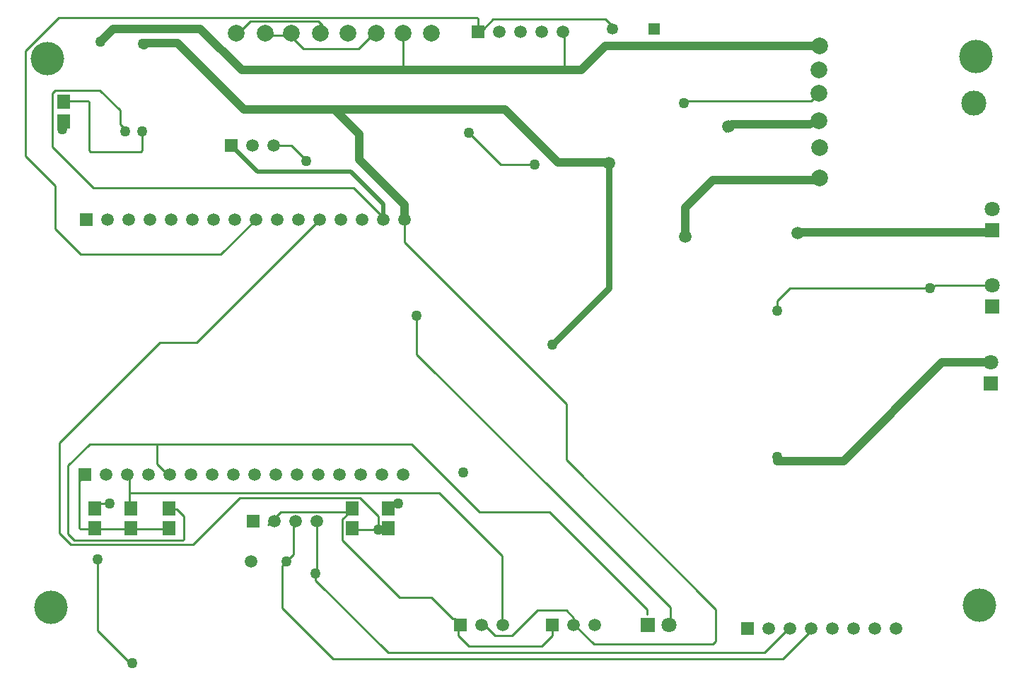
<source format=gtl>
%FSTAX23Y23*%
%MOIN*%
%SFA1B1*%

%IPPOS*%
%ADD10C,0.010000*%
%ADD13R,0.059055X0.070866*%
%ADD26C,0.031496*%
%ADD27C,0.019685*%
%ADD28C,0.039370*%
%ADD29C,0.059055*%
%ADD30R,0.059055X0.059055*%
%ADD31C,0.070866*%
%ADD32R,0.070866X0.070866*%
%ADD33R,0.053150X0.053150*%
%ADD34C,0.053150*%
%ADD35R,0.070866X0.070866*%
%ADD36C,0.078740*%
%ADD37C,0.050000*%
%ADD38C,0.118110*%
%ADD39C,0.157480*%
%LNbinbot_board_ver4-1*%
%LPD*%
G54D10*
X018Y-0027D02*
Y-00105D01*
X0359Y-0306D02*
X03725Y-02925D01*
Y-0291*
X0147Y-0306D02*
X0359D01*
X03505Y-0303D02*
X03625Y-0291D01*
X0173Y-0303D02*
X03505D01*
X01388Y-02688D02*
X0173Y-0303D01*
X0123Y-0262D02*
X0125Y-026D01*
X0123Y-0282D02*
Y-0262D01*
Y-0282D02*
X0147Y-0306D01*
X01388Y-02688D02*
Y-02655D01*
X01165Y-02425D02*
X01185Y-02405D01*
X01266Y-00115D02*
X01275Y-00123D01*
X01165Y-00115D02*
X01266D01*
X014Y-0005D02*
X0142Y-0007D01*
X0108Y-0005D02*
X014D01*
X01045Y-00085D02*
X0108Y-0005D01*
X01015Y-00085D02*
X01045D01*
X00515Y-0308D02*
X00525D01*
X00361Y-02926D02*
Y-0259D01*
Y-02926D02*
X00515Y-0308D01*
X0249Y-02365D02*
X02951Y-02826D01*
Y-0285D02*
Y-02826D01*
X0216Y-02365D02*
X0249D01*
X01865Y-01622D02*
Y-01439D01*
Y-01622D02*
X0255Y-02306D01*
X0306Y-02816*
X0305Y-02885D02*
X0306Y-02875D01*
Y-02816*
X0217Y-02885D02*
X02235Y-0295D01*
X02315*
X02405Y-0286*
X02505Y-0283D02*
X02525D01*
X02405Y-0286D02*
X02435Y-0283D01*
X02505*
X02525D02*
X0257D01*
X02605Y-02865*
Y-02895D02*
Y-02865D01*
Y-02895D02*
X027Y-0299D01*
X0326*
X03275Y-02975*
Y-02825*
X0257Y-0212D02*
X03275Y-02825D01*
X0257Y-0212D02*
Y-01855D01*
X01806Y-01091D02*
X0257Y-01855D01*
X01806Y-01091D02*
Y-00985D01*
X0206Y-0295D02*
X0211Y-03D01*
X02455*
X02505Y-0295*
Y-02895*
X0206Y-0295D02*
Y-02915D01*
X02045Y-0287D02*
X0206Y-02885D01*
X01935Y-0277D02*
X02035Y-0287D01*
X01785Y-0277D02*
X01935D01*
X0206Y-02895D02*
Y-02885D01*
X02035Y-0287D02*
X02045D01*
X01275Y-00635D02*
X01345Y-00705D01*
Y-0071D02*
Y-00705D01*
X0119Y-00635D02*
X01275D01*
X00975Y-00835D02*
X01566D01*
X0034D02*
X00975D01*
X00466Y-0048D02*
Y-0047D01*
Y-00536D02*
Y-0048D01*
X0109Y-00635D02*
Y-0063D01*
X0211Y-00575D02*
X0226Y-00725D01*
X0242*
X01275Y-00123D02*
Y-00105D01*
X0133Y-0018D02*
X0159D01*
X01293Y-00143D02*
Y-00142D01*
X01275Y-00123D02*
X01293Y-00142D01*
Y-00143D02*
X0133Y-0018D01*
X0159D02*
X01665Y-00105D01*
X01675Y-00135D02*
Y-00105D01*
X02266Y-02906D02*
X02275Y-02915D01*
X02266Y-02906D02*
Y-02571D01*
X0197Y-02275D02*
X02266Y-02571D01*
X0256Y-0028D02*
Y-0008D01*
X0431Y-01295D02*
X04576D01*
X03623Y-0131D02*
X04285D01*
X04295D02*
X0431Y-01295D01*
X04285Y-0131D02*
X04295D01*
X03603Y-0133D02*
X03623Y-0131D01*
X00235Y-0252D02*
X00809D01*
X0018Y-02465D02*
Y-0204D01*
Y-02465D02*
X00235Y-0252D01*
X02755Y-0004D02*
X028Y-00085D01*
X02725Y-0004D02*
X02755D01*
X02225D02*
X02725D01*
X0218Y-00085D02*
X02225Y-0004D01*
X02155Y-00085D02*
X0218D01*
X03565Y-02125D02*
Y-02105D01*
X0002Y-00685D02*
X0016Y-00825D01*
X0002Y-00685D02*
Y-0019D01*
X00178Y-00031*
X02149*
X00147Y-00642D02*
X0034Y-00835D01*
X00147Y-00642D02*
Y-00389D01*
X01566Y-00835D02*
X01711Y-0098D01*
X03115Y-00445D02*
X03135Y-00425D01*
X0332Y-0057D02*
X03335Y-00555D01*
Y-00545*
X01185Y-02405D02*
X01224Y-02365D01*
X01549*
X01388Y-02655D02*
X01395Y-02648D01*
Y-0241*
X0125Y-026D02*
X01285Y-02565D01*
Y-0241*
X0016Y-0103D02*
Y-00825D01*
X00571Y-00659D02*
Y-0057D01*
X00565Y-00665D02*
X00571Y-00659D01*
X0049Y-0057D02*
Y-00559D01*
X00466Y-00536D02*
X0049Y-00559D01*
X00321Y-00659D02*
Y-0043D01*
X00327Y-00665D02*
X00565D01*
X00321Y-00659D02*
X00327Y-00665D01*
X03563Y-0137D02*
X03564Y-01369D01*
X03563Y-01414D02*
Y-0137D01*
X03564Y-01369D02*
X03603Y-0133D01*
X03755Y-008D02*
X03765Y-0079D01*
X03724Y-00425D02*
X03759Y-0039D01*
X03135Y-00425D02*
X03724D01*
X02155Y-00085D02*
Y-00037D01*
X02149Y-00031D02*
X02155Y-00037D01*
X00706Y-00993D02*
Y-00985D01*
X00941Y-0115D02*
X01106Y-00985D01*
X0016Y-0103D02*
X0028Y-0115D01*
X00941*
X0018Y-0204D02*
X00654Y-01565D01*
X00826*
X01515Y-025D02*
X01785Y-0277D01*
X01515Y-025D02*
Y-024D01*
X01685Y-0245D02*
X01741D01*
X01577D02*
X01685D01*
X01597Y-02297D02*
X01685Y-02385D01*
Y-02454D02*
Y-02385D01*
X01031Y-02297D02*
X01597D01*
X00809Y-0252D02*
X01031Y-02297D01*
X00826Y-01565D02*
X01406Y-00985D01*
X01476Y-00465D02*
Y-00455D01*
X01515Y-024D02*
X01559Y-02355D01*
X00272Y-02439D02*
Y-02239D01*
X00336Y-02445D02*
X00346Y-02434D01*
X00278Y-02445D02*
X00336D01*
X00272Y-02439D02*
X00278Y-02445D01*
X0051Y-02275D02*
Y-02198D01*
Y-02348D02*
X00516Y-02355D01*
X00514Y-02275D02*
D01*
X00501Y-0219D02*
X0051Y-02198D01*
X00514Y-02275D02*
X0197D01*
X0051Y-02348D02*
Y-02275D01*
X01839Y-02044D02*
X0216Y-02365D01*
X00641Y-0214D02*
Y-02044D01*
X00766Y-02494D02*
Y-02385D01*
X0076Y-025D02*
X00766Y-02494D01*
X00251Y-025D02*
X0076D01*
X00221Y-0247D02*
X00251Y-025D01*
X00735Y-02353D02*
X00766Y-02385D01*
X00708Y-02341D02*
Y-02327D01*
Y-02341D02*
X00721Y-02353D01*
X00735*
X00221Y-0247D02*
Y-02145D01*
X00322Y-02044*
X01839*
X00346Y-02434D02*
X00357Y-02445D01*
X00516D02*
X00702D01*
X00357D02*
X00516D01*
X00272Y-02219D02*
X00301Y-0219D01*
X00272Y-02239D02*
Y-02219D01*
X00161Y-00375D02*
X00226D01*
X00371D02*
X00466Y-0047D01*
X00303Y-00375D02*
X00371D01*
X00147Y-00389D02*
X00161Y-00375D01*
X00226D02*
X00303D01*
X00185Y-00425D02*
X00315D01*
X00321Y-0043*
X04576Y-01295D02*
X04607D01*
X00641Y-0214D02*
X007Y-02198D01*
X00186Y-00565D02*
Y-00505D01*
X01616Y-01005D02*
Y-00998D01*
X01594Y-00975D02*
X01616Y-00998D01*
X01587Y-00975D02*
X01594D01*
X00371Y-02325D02*
X00406D01*
X00346Y-02349D02*
X00371Y-02325D01*
X00346Y-02355D02*
Y-02349D01*
X00616Y-0219D02*
Y-02185D01*
X01559Y-02355D02*
X01561D01*
Y-02434D02*
X01577Y-0245D01*
G54D13*
X00696Y-02347D03*
Y-02442D03*
X01561Y-02347D03*
Y-02442D03*
X01731Y-02347D03*
Y-02442D03*
X00516D03*
Y-02347D03*
X00346Y-02442D03*
Y-02347D03*
X00201Y-00522D03*
Y-00427D03*
G54D26*
X0277Y-0131D02*
Y-00732D01*
X02767Y-0073D02*
X0277Y-00732D01*
X02765Y-0073D02*
X02767D01*
X02505Y-01575D02*
X0277Y-0131D01*
X03744Y-00535D02*
X03759Y-0052D01*
X03717Y-00535D02*
X03723Y-00529D01*
X03738D02*
X03744Y-00535D01*
X03335Y-00545D02*
X0334D01*
X0335Y-00535*
X03723Y-00529D02*
X03738D01*
X04558Y-01046D02*
X04561Y-0105D01*
X0366D02*
X03663Y-01046D01*
X02765Y-00715D02*
X0277Y-0072D01*
G54D27*
X0099Y-00635D02*
X01115Y-0076D01*
X01555*
X01706Y-00911*
Y-00975D02*
Y-00911D01*
X04561Y-0105D02*
X04576Y-01035D01*
G54D28*
X00736Y-00151D02*
X00825Y-0024D01*
X00574Y-00151D02*
X00736D01*
X00435Y-00085D02*
X00845D01*
X0104Y-0028*
X0256*
X0228Y-00465D02*
X0253Y-00715D01*
X0105Y-00465D02*
X01476D01*
X00825Y-0024D02*
X0105Y-00465D01*
X0313Y-01065D02*
Y-0093D01*
X0326Y-008D02*
X03744D01*
X0313Y-0093D02*
X0326Y-008D01*
X03746Y-00797D02*
X03752D01*
X03744Y-008D02*
X03746Y-00797D01*
X03752D02*
X03755Y-008D01*
X0256Y-0028D02*
X02641D01*
X01476Y-00465D02*
X0228D01*
X02641Y-0028D02*
X02755Y-00165D01*
X02755Y-00165D02*
X02785D01*
X03755*
X01558Y-00546D02*
X01581Y-00569D01*
X01594Y-00702D02*
Y-00582D01*
X01558Y-00546D02*
X01594Y-00582D01*
X03565Y-02125D02*
X03572D01*
X03876D02*
X04341Y-0166D01*
X03565Y-02125D02*
X03876D01*
X00375Y-00145D02*
X00435Y-00085D01*
X00576Y-00162D02*
X00579D01*
X00591Y-00151*
X0335Y-00535D02*
X03717D01*
X01806Y-00985D02*
Y-00915D01*
X03663Y-01046D02*
X04558D01*
X01594Y-00702D02*
X01806Y-00915D01*
X0253Y-00715D02*
X02765D01*
X01476Y-00465D02*
X01514Y-00502D01*
X01558Y-00546*
X04341Y-0166D02*
X04571D01*
G54D29*
X01806Y-00985D03*
X01706D03*
X01606D03*
X01506D03*
X01406D03*
X01306D03*
X01206D03*
X01106D03*
X01006D03*
X00906D03*
X00806D03*
X00706D03*
X00606D03*
X00506D03*
X00406D03*
X03525Y-02915D03*
X03625D03*
X03725D03*
X03825D03*
X03925D03*
X04025D03*
X04125D03*
X0109Y-00635D03*
X0119D03*
X02605Y-029D03*
X02705D03*
X0217D03*
X0227D03*
X01395Y-0241D03*
X01295D03*
X01195D03*
X02255Y-001D03*
X02355D03*
X02455D03*
X02555D03*
X01801Y-0219D03*
X01701D03*
X01601D03*
X01501D03*
X01401D03*
X01301D03*
X01201D03*
X01101D03*
X01001D03*
X00901D03*
X00801D03*
X00701D03*
X00601D03*
X00501D03*
X00401D03*
X0313Y-01065D03*
D03*
X01085Y-026D03*
X03335Y-00545D03*
X0366Y-0105D03*
X0277Y-0072D03*
G54D30*
X00306Y-00985D03*
X03425Y-02915D03*
X0099Y-00635D03*
X02505Y-029D03*
X0207D03*
X01095Y-0241D03*
X02155Y-001D03*
X00301Y-0219D03*
G54D31*
X03055Y-029D03*
X04576Y-00935D03*
Y-01295D03*
X04571Y-0166D03*
G54D32*
X02955Y-029D03*
G54D33*
X02983Y-00085D03*
G54D34*
X02786Y-00085D03*
G54D35*
X04576Y-01035D03*
Y-01395D03*
X04571Y-0176D03*
G54D36*
X018Y-00105D03*
X01015D03*
X0115D03*
X01935D03*
X0154D03*
X01675D03*
X0141D03*
X01275D03*
X03765Y-0079D03*
Y-00645D03*
X03759Y-0052D03*
Y-0039D03*
Y-0028D03*
X03764Y-00165D03*
G54D37*
X02085Y-0218D03*
X02505Y-01575D03*
X01865Y-01439D03*
X01345Y-0071D03*
X0242Y-00725D03*
X0211Y-00575D03*
X04285Y-0131D03*
X00574Y-00155D03*
X00375Y-00145D03*
X03125Y-00435D03*
X03565Y-02105D03*
X01388Y-02655D03*
X0125Y-026D03*
X00525Y-0308D03*
X00361Y-0259D03*
X00571Y-0057D03*
X0049D03*
X03563Y-01414D03*
X00195Y-0056D03*
X01776Y-02325D03*
X01685Y-0245D03*
X00416Y-02325D03*
G54D38*
X04489Y-00435D03*
G54D39*
X00125Y-00224D03*
X045Y-00214D03*
X04516Y-02805D03*
X00141Y-02815D03*
M02*
</source>
